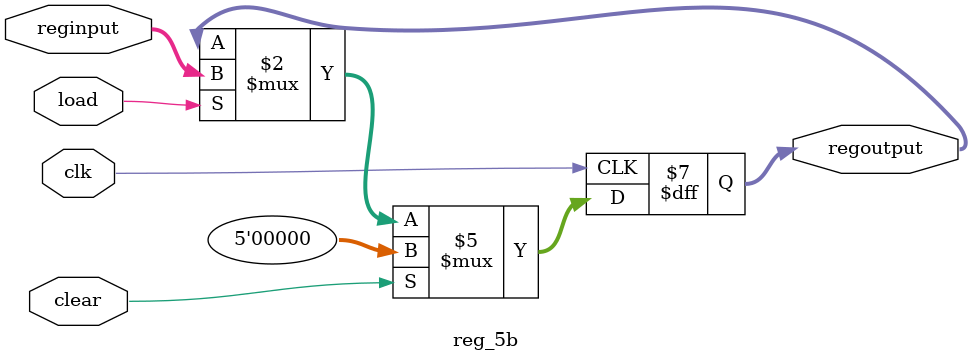
<source format=v>
module reg_5b(reginput, load, clear , clk ,regoutput);
input [4:0]reginput;
input load , clk ,clear ;
output [4:0]regoutput;
reg [4:0]regoutput;
always @(posedge clk)
  if(clear)
    regoutput =5'b00000;
  else if(load)
     regoutput <= reginput;
endmodule

</source>
